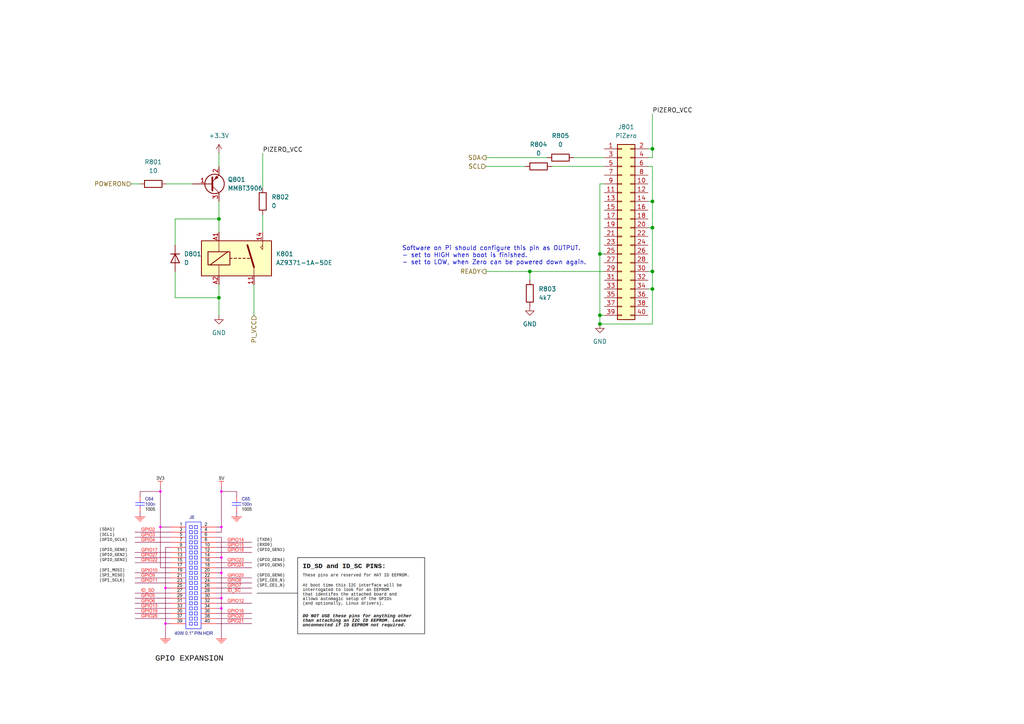
<source format=kicad_sch>
(kicad_sch (version 20231120) (generator "eeschema") (generator_version "8.0")
  (paper "A4")
  (title_block (title "Pouch 2") (date "2024-08-30") (company "Frankfurt University") (comment 2 "Author: Leon Schnieber"))
  (lib_symbols
    (symbol "Device:D" (pin_numbers hide) (pin_names (offset 1.016) hide)
      (property "Reference" "D" (at 0 2.54 0))
      (property "Value" "D" (at 0 -2.54 0))
      (symbol "D_0_1"
        (polyline (pts (xy -1.27 1.27) (xy -1.27 -1.27)) (stroke (width 0.254)))
        (polyline (pts (xy 1.27 0) (xy -1.27 0)))
        (polyline (pts (xy 1.27 1.27) (xy 1.27 -1.27) (xy -1.27 0) (xy 1.27 1.27)) (stroke (width 0.254)))
      )
      (symbol "D_1_1"
        (pin passive line (at -3.81 0 0) (length 2.54) (name "K") (number "1"))
        (pin passive line (at 3.81 0 180) (length 2.54) (name "A") (number "2"))
      )
    )
    (symbol "Device:R" (pin_numbers hide) (pin_names (offset 0))
      (property "Reference" "R" (at 2.032 0 90))
      (property "Value" "R" (at 0 0 90))
      (symbol "R_0_1"
        (rectangle (start -1.016 -2.54) (end 1.016 2.54) (stroke (width 0.254)))
      )
      (symbol "R_1_1"
        (pin passive line (at 0 3.81 270) (length 1.27) (name "~") (number "1"))
        (pin passive line (at 0 -3.81 90) (length 1.27) (name "~") (number "2"))
      )
    )
    (symbol "Relay:RM50-xx21"
      (property "Reference" "K" (at 11.43 3.81 0))
      (property "Value" "RM50-xx21" (at 11.43 1.27 0))
      (symbol "RM50-xx21_0_1"
        (rectangle (start -10.16 5.08) (end 10.16 -5.08) (stroke (width 0.254)) (fill (type background)))
        (rectangle (start -8.255 1.905) (end -1.905 -1.905) (stroke (width 0.254)))
        (polyline (pts (xy -7.62 -1.905) (xy -2.54 1.905)) (stroke (width 0.254)))
        (polyline (pts (xy -5.08 -5.08) (xy -5.08 -1.905)))
        (polyline (pts (xy -5.08 5.08) (xy -5.08 1.905)))
        (polyline (pts (xy -1.905 0) (xy -1.27 0)) (stroke (width 0.254)))
        (polyline (pts (xy -0.635 0) (xy 0 0)) (stroke (width 0.254)))
        (polyline (pts (xy 0.635 0) (xy 1.27 0)) (stroke (width 0.254)))
        (polyline (pts (xy 1.905 0) (xy 2.54 0)) (stroke (width 0.254)))
        (polyline (pts (xy 3.175 0) (xy 3.81 0)) (stroke (width 0.254)))
        (polyline (pts (xy 5.08 -2.54) (xy 3.175 3.81)) (stroke (width 0.508)))
        (polyline (pts (xy 5.08 -2.54) (xy 5.08 -5.08)))
        (polyline (pts (xy 7.62 5.08) (xy 7.62 2.54) (xy 6.985 3.175) (xy 7.62 3.81)))
      )
      (symbol "RM50-xx21_1_1"
        (pin passive line (at 5.08 -7.62 90) (length 2.54) (name "~") (number "11"))
        (pin passive line (at 7.62 7.62 270) (length 2.54) (name "~") (number "14"))
        (pin passive line (at -5.08 7.62 270) (length 2.54) (name "~") (number "A1"))
        (pin passive line (at -5.08 -7.62 90) (length 2.54) (name "~") (number "A2"))
      )
    )
    (symbol "SensorBoards:PiZero" (pin_names (offset 1.016) hide)
      (property "Reference" "J801" (at 1.27 29.21 0))
      (property "Value" "PiZero" (at 1.27 26.67 0))
      (symbol "PiZero_1_1"
        (rectangle (start -1.27 -25.273) (end 0 -25.527) (stroke (width 0.1524)))
        (rectangle (start -1.27 -22.733) (end 0 -22.987) (stroke (width 0.1524)))
        (rectangle (start -1.27 -20.193) (end 0 -20.447) (stroke (width 0.1524)))
        (rectangle (start -1.27 -17.653) (end 0 -17.907) (stroke (width 0.1524)))
        (rectangle (start -1.27 -15.113) (end 0 -15.367) (stroke (width 0.1524)))
        (rectangle (start -1.27 -12.573) (end 0 -12.827) (stroke (width 0.1524)))
        (rectangle (start -1.27 -10.033) (end 0 -10.287) (stroke (width 0.1524)))
        (rectangle (start -1.27 -7.493) (end 0 -7.747) (stroke (width 0.1524)))
        (rectangle (start -1.27 -4.953) (end 0 -5.207) (stroke (width 0.1524)))
        (rectangle (start -1.27 -2.413) (end 0 -2.667) (stroke (width 0.1524)))
        (rectangle (start -1.27 0.127) (end 0 -0.127) (stroke (width 0.1524)))
        (rectangle (start -1.27 2.667) (end 0 2.413) (stroke (width 0.1524)))
        (rectangle (start -1.27 5.207) (end 0 4.953) (stroke (width 0.1524)))
        (rectangle (start -1.27 7.747) (end 0 7.493) (stroke (width 0.1524)))
        (rectangle (start -1.27 10.287) (end 0 10.033) (stroke (width 0.1524)))
        (rectangle (start -1.27 12.827) (end 0 12.573) (stroke (width 0.1524)))
        (rectangle (start -1.27 15.367) (end 0 15.113) (stroke (width 0.1524)))
        (rectangle (start -1.27 17.907) (end 0 17.653) (stroke (width 0.1524)))
        (rectangle (start -1.27 20.447) (end 0 20.193) (stroke (width 0.1524)))
        (rectangle (start -1.27 22.987) (end 0 22.733) (stroke (width 0.1524)))
        (rectangle (start -1.27 24.13) (end 3.81 -26.67) (stroke (width 0.254)) (fill (type background)))
        (rectangle (start 3.81 -25.273) (end 2.54 -25.527) (stroke (width 0.1524)))
        (rectangle (start 3.81 -22.733) (end 2.54 -22.987) (stroke (width 0.1524)))
        (rectangle (start 3.81 -20.193) (end 2.54 -20.447) (stroke (width 0.1524)))
        (rectangle (start 3.81 -17.653) (end 2.54 -17.907) (stroke (width 0.1524)))
        (rectangle (start 3.81 -15.113) (end 2.54 -15.367) (stroke (width 0.1524)))
        (rectangle (start 3.81 -12.573) (end 2.54 -12.827) (stroke (width 0.1524)))
        (rectangle (start 3.81 -10.033) (end 2.54 -10.287) (stroke (width 0.1524)))
        (rectangle (start 3.81 -7.493) (end 2.54 -7.747) (stroke (width 0.1524)))
        (rectangle (start 3.81 -4.953) (end 2.54 -5.207) (stroke (width 0.1524)))
        (rectangle (start 3.81 -2.413) (end 2.54 -2.667) (stroke (width 0.1524)))
        (rectangle (start 3.81 0.127) (end 2.54 -0.127) (stroke (width 0.1524)))
        (rectangle (start 3.81 2.667) (end 2.54 2.413) (stroke (width 0.1524)))
        (rectangle (start 3.81 5.207) (end 2.54 4.953) (stroke (width 0.1524)))
        (rectangle (start 3.81 7.747) (end 2.54 7.493) (stroke (width 0.1524)))
        (rectangle (start 3.81 10.287) (end 2.54 10.033) (stroke (width 0.1524)))
        (rectangle (start 3.81 12.827) (end 2.54 12.573) (stroke (width 0.1524)))
        (rectangle (start 3.81 15.367) (end 2.54 15.113) (stroke (width 0.1524)))
        (rectangle (start 3.81 17.907) (end 2.54 17.653) (stroke (width 0.1524)))
        (rectangle (start 3.81 20.447) (end 2.54 20.193) (stroke (width 0.1524)))
        (rectangle (start 3.81 22.987) (end 2.54 22.733) (stroke (width 0.1524)))
        (pin passive line (at -5.08 22.86 0) (length 3.81) (name "Pin_1") (number "1"))
        (pin passive line (at 7.62 12.7 180) (length 3.81) (name "Pin_10") (number "10"))
        (pin passive line (at -5.08 10.16 0) (length 3.81) (name "Pin_11") (number "11"))
        (pin passive line (at 7.62 10.16 180) (length 3.81) (name "Pin_12") (number "12"))
        (pin passive line (at -5.08 7.62 0) (length 3.81) (name "Pin_13") (number "13"))
        (pin passive line (at 7.62 7.62 180) (length 3.81) (name "Pin_14") (number "14"))
        (pin passive line (at -5.08 5.08 0) (length 3.81) (name "Pin_15") (number "15"))
        (pin passive line (at 7.62 5.08 180) (length 3.81) (name "Pin_16") (number "16"))
        (pin passive line (at -5.08 2.54 0) (length 3.81) (name "Pin_17") (number "17"))
        (pin passive line (at 7.62 2.54 180) (length 3.81) (name "Pin_18") (number "18"))
        (pin passive line (at -5.08 0 0) (length 3.81) (name "Pin_19") (number "19"))
        (pin passive line (at 7.62 22.86 180) (length 3.81) (name "Pin_2") (number "2"))
        (pin passive line (at 7.62 0 180) (length 3.81) (name "Pin_20") (number "20"))
        (pin passive line (at -5.08 -2.54 0) (length 3.81) (name "Pin_21") (number "21"))
        (pin passive line (at 7.62 -2.54 180) (length 3.81) (name "Pin_22") (number "22"))
        (pin passive line (at -5.08 -5.08 0) (length 3.81) (name "Pin_23") (number "23"))
        (pin passive line (at 7.62 -5.08 180) (length 3.81) (name "Pin_24") (number "24"))
        (pin passive line (at -5.08 -7.62 0) (length 3.81) (name "Pin_25") (number "25"))
        (pin passive line (at 7.62 -7.62 180) (length 3.81) (name "Pin_26") (number "26"))
        (pin passive line (at -5.08 -10.16 0) (length 3.81) (name "Pin_27") (number "27"))
        (pin passive line (at 7.62 -10.16 180) (length 3.81) (name "Pin_28") (number "28"))
        (pin passive line (at -5.08 -12.7 0) (length 3.81) (name "Pin_29") (number "29"))
        (pin passive line (at -5.08 20.32 0) (length 3.81) (name "Pin_3") (number "3"))
        (pin passive line (at 7.62 -12.7 180) (length 3.81) (name "Pin_30") (number "30"))
        (pin passive line (at -5.08 -15.24 0) (length 3.81) (name "Pin_31") (number "31"))
        (pin passive line (at 7.62 -15.24 180) (length 3.81) (name "Pin_32") (number "32"))
        (pin passive line (at -5.08 -17.78 0) (length 3.81) (name "Pin_33") (number "33"))
        (pin passive line (at 7.62 -17.78 180) (length 3.81) (name "Pin_34") (number "34"))
        (pin passive line (at -5.08 -20.32 0) (length 3.81) (name "Pin_35") (number "35"))
        (pin passive line (at 7.62 -20.32 180) (length 3.81) (name "Pin_36") (number "36"))
        (pin passive line (at -5.08 -22.86 0) (length 3.81) (name "Pin_37") (number "37"))
        (pin passive line (at 7.62 -22.86 180) (length 3.81) (name "Pin_38") (number "38"))
        (pin passive line (at -5.08 -25.4 0) (length 3.81) (name "Pin_39") (number "39"))
        (pin passive line (at 7.62 20.32 180) (length 3.81) (name "Pin_4") (number "4"))
        (pin passive line (at 7.62 -25.4 180) (length 3.81) (name "Pin_40") (number "40"))
        (pin passive line (at -5.08 17.78 0) (length 3.81) (name "Pin_5") (number "5"))
        (pin passive line (at 7.62 17.78 180) (length 3.81) (name "Pin_6") (number "6"))
        (pin passive line (at -5.08 15.24 0) (length 3.81) (name "Pin_7") (number "7"))
        (pin passive line (at 7.62 15.24 180) (length 3.81) (name "Pin_8") (number "8"))
        (pin passive line (at -5.08 12.7 0) (length 3.81) (name "Pin_9") (number "9"))
      )
    )
    (symbol "Transistor_BJT:MMBT3906" (pin_names (offset 0) hide)
      (property "Reference" "Q" (at 5.08 1.905 0))
      (property "Value" "MMBT3906" (at 5.08 0 0))
      (symbol "MMBT3906_0_1"
        (polyline (pts (xy 0.635 0.635) (xy 2.54 2.54)))
        (polyline (pts (xy 0.635 -0.635) (xy 2.54 -2.54) (xy 2.54 -2.54)))
        (polyline (pts (xy 0.635 1.905) (xy 0.635 -1.905) (xy 0.635 -1.905)) (stroke (width 0.508)))
        (polyline (pts (xy 2.286 -1.778) (xy 1.778 -2.286) (xy 1.27 -1.27) (xy 2.286 -1.778) (xy 2.286 -1.778)) (fill (type outline)))
        (circle (center 1.27 0) (radius 2.8194) (stroke (width 0.254)))
      )
      (symbol "MMBT3906_1_1"
        (pin input line (at -5.08 0 0) (length 5.715) (name "B") (number "1"))
        (pin passive line (at 2.54 -5.08 90) (length 2.54) (name "E") (number "2"))
        (pin passive line (at 2.54 5.08 270) (length 2.54) (name "C") (number "3"))
      )
    )
    (symbol "power:+3.3V" (power) (pin_names (offset 0))
      (property "Value" "+3.3V" (at 0 3.556 0))
      (symbol "+3.3V_0_1"
        (polyline (pts (xy -0.762 1.27) (xy 0 2.54)))
        (polyline (pts (xy 0 0) (xy 0 2.54)))
        (polyline (pts (xy 0 2.54) (xy 0.762 1.27)))
      )
      (symbol "+3.3V_1_1"
        (pin power_in line (at 0 0 90) (length 0) hide (name "+3V3") (number "1"))
      )
    )
    (symbol "power:GND" (power) (pin_names (offset 0))
      (property "Value" "GND" (at 0 -3.81 0))
      (symbol "GND_0_1"
        (polyline (pts (xy 0 0) (xy 0 -1.27) (xy 1.27 -1.27) (xy 0 -2.54) (xy -1.27 -1.27) (xy 0 -1.27)))
      )
      (symbol "GND_1_1"
        (pin power_in line (at 0 0 270) (length 0) hide (name "GND") (number "1"))
      )
    )
  )
  (junction (at 153.67 78.74))
  (junction (at 63.5 63.5))
  (junction (at 173.99 91.44))
  (junction (at 173.99 73.66))
  (junction (at 189.23 66.04))
  (junction (at 189.23 78.74))
  (junction (at 173.99 93.98))
  (junction (at 189.23 58.42))
  (junction (at 189.23 83.82))
  (junction (at 189.23 43.18))
  (junction (at 63.5 86.36))
  (wire (pts (xy 187.96 66.04) (xy 189.23 66.04)))
  (wire (pts (xy 173.99 53.34) (xy 173.99 73.66)))
  (wire (pts (xy 187.96 45.72) (xy 189.23 45.72)))
  (wire (pts (xy 76.2 67.31) (xy 76.2 62.23)))
  (wire (pts (xy 189.23 66.04) (xy 189.23 78.74)))
  (wire (pts (xy 187.96 78.74) (xy 189.23 78.74)))
  (wire (pts (xy 63.5 63.5) (xy 63.5 67.31)))
  (wire (pts (xy 189.23 48.26) (xy 189.23 58.42)))
  (wire (pts (xy 50.8 78.74) (xy 50.8 86.36)))
  (wire (pts (xy 63.5 82.55) (xy 63.5 86.36)))
  (wire (pts (xy 153.67 78.74) (xy 175.26 78.74)))
  (wire (pts (xy 63.5 86.36) (xy 63.5 91.44)))
  (wire (pts (xy 140.97 45.72) (xy 158.75 45.72)))
  (wire (pts (xy 63.5 44.45) (xy 63.5 48.26)))
  (wire (pts (xy 173.99 73.66) (xy 173.99 91.44)))
  (wire (pts (xy 187.96 48.26) (xy 189.23 48.26)))
  (wire (pts (xy 140.97 78.74) (xy 153.67 78.74)))
  (wire (pts (xy 160.02 48.26) (xy 175.26 48.26)))
  (wire (pts (xy 73.66 82.55) (xy 73.66 91.44)))
  (wire (pts (xy 173.99 93.98) (xy 173.99 91.44)))
  (wire (pts (xy 48.26 53.34) (xy 55.88 53.34)))
  (wire (pts (xy 50.8 63.5) (xy 63.5 63.5)))
  (wire (pts (xy 50.8 71.12) (xy 50.8 63.5)))
  (wire (pts (xy 189.23 93.98) (xy 173.99 93.98)))
  (wire (pts (xy 50.8 86.36) (xy 63.5 86.36)))
  (wire (pts (xy 63.5 58.42) (xy 63.5 63.5)))
  (wire (pts (xy 173.99 91.44) (xy 175.26 91.44)))
  (wire (pts (xy 189.23 45.72) (xy 189.23 43.18)))
  (wire (pts (xy 76.2 54.61) (xy 76.2 44.45)))
  (wire (pts (xy 175.26 73.66) (xy 173.99 73.66)))
  (wire (pts (xy 189.23 33.02) (xy 189.23 43.18)))
  (wire (pts (xy 153.67 78.74) (xy 153.67 81.28)))
  (wire (pts (xy 189.23 83.82) (xy 189.23 93.98)))
  (wire (pts (xy 166.37 45.72) (xy 175.26 45.72)))
  (wire (pts (xy 175.26 53.34) (xy 173.99 53.34)))
  (wire (pts (xy 187.96 83.82) (xy 189.23 83.82)))
  (wire (pts (xy 189.23 78.74) (xy 189.23 83.82)))
  (wire (pts (xy 140.97 48.26) (xy 152.4 48.26)))
  (wire (pts (xy 189.23 58.42) (xy 189.23 66.04)))
  (wire (pts (xy 187.96 43.18) (xy 189.23 43.18)))
  (wire (pts (xy 38.1 53.34) (xy 40.64 53.34)))
  (wire (pts (xy 187.96 58.42) (xy 189.23 58.42)))
  (image (at 74.93 165.1) (scale 0.270576))
  (text "Software on Pi should configure this pin as OUTPUT.\n- set to HIGH when boot is finished.\n- set to LOW, when Zero can be powered down again." (at 116.586 74.168 0) (effects (font (size 1.27 1.27)) (justify left)))
  (label "PIZERO_VCC" (at 76.2 44.45 0))
  (label "PIZERO_VCC" (at 189.23 33.02 0))
  (hierarchical_label "SDA" (shape output) (at 140.97 45.72 180))
  (hierarchical_label "READY" (shape output) (at 140.97 78.74 180))
  (hierarchical_label "SCL" (shape input) (at 140.97 48.26 180))
  (hierarchical_label "PI_VCC" (shape input) (at 73.66 91.44 270))
  (hierarchical_label "POWERON" (shape input) (at 38.1 53.34 180))
  (symbol (lib_id "Device:R") (at 76.2 58.42 180) (unit 1)
    (property "Reference" "R802" (at 78.74 57.1499 0) (effects (justify right)))
    (property "Value" "0" (at 78.74 59.6899 0) (effects (justify right)))
    (property "Footprint" "Resistor_SMD:R_0805_2012Metric" (effects (hide yes)))
    (property "Description" "Resistor" (effects (hide yes)))
  )
  (symbol (lib_id "Device:R") (at 153.67 85.09 0) (unit 1)
    (property "Reference" "R803" (at 156.21 83.8199 0) (effects (justify left)))
    (property "Value" "4k7" (at 156.21 86.3599 0) (effects (justify left)))
    (property "Footprint" "Resistor_SMD:R_0805_2012Metric" (effects (hide yes)))
    (property "Description" "Resistor" (effects (hide yes)))
  )
  (symbol (lib_id "SensorBoards:PiZero") (at 180.34 66.04 0) (unit 1)
    (property "Reference" "J801" (at 181.61 36.83 0))
    (property "Value" "PiZero" (at 181.61 39.37 0))
    (property "Footprint" "SensorBoards:Raspberry_Pi_Zero_Socket_wo_drills" (effects (hide yes)))
    (property "Description" "Generic connector, double row, 02x20, odd/even pin numbering scheme (row 1 odd numbers, row 2 even numbers), script generated (kicad-library-utils/schlib/autogen/connector/)" (effects (hide yes)))
  )
  (symbol (lib_id "power:+3.3V") (at 63.5 44.45 0) (unit 1)
    (property "Reference" "#PWR0801" (effects (hide yes)))
    (property "Value" "+3.3V" (at 63.5 39.37 0))
    (property "Description" "Power symbol creates a global label with name \"+3.3V\"" (effects (hide yes)))
  )
  (symbol (lib_id "Device:R") (at 44.45 53.34 90) (unit 1)
    (property "Reference" "R801" (at 44.45 46.99 90))
    (property "Value" "10" (at 44.45 49.53 90))
    (property "Footprint" "Resistor_SMD:R_0805_2012Metric" (effects (hide yes)))
    (property "Description" "Resistor" (effects (hide yes)))
  )
  (symbol (lib_id "Relay:RM50-xx21") (at 68.58 74.93 0) (unit 1)
    (property "Reference" "K801" (at 80.01 73.6599 0) (effects (justify left)))
    (property "Value" "AZ9371-1A-5DE" (at 80.01 76.1999 0) (effects (justify left)))
    (property "Footprint" "Relay_THT:Relay_1-Form-A_Schrack-RYII_RM5mm" (effects (hide yes)))
    (property "Datasheet" "https://cdn-reichelt.de/documents/datenblatt/C300/AZ9371.pdf" (effects (hide yes)))
    (property "Description" "Relay 5V Reichelt" (effects (hide yes)))
  )
  (symbol (lib_id "Device:R") (at 162.56 45.72 270) (unit 1)
    (property "Reference" "R805" (at 162.56 39.37 90))
    (property "Value" "0" (at 162.56 41.91 90))
    (property "Footprint" "Resistor_SMD:R_0805_2012Metric" (effects (hide yes)))
    (property "Description" "Resistor" (effects (hide yes)))
  )
  (symbol (lib_id "power:GND") (at 173.99 93.98 0) (unit 1)
    (property "Reference" "#PWR0804" (effects (hide yes)))
    (property "Value" "GND" (at 173.99 99.06 0))
    (property "Description" "Power symbol creates a global label with name \"GND\" , ground" (effects (hide yes)))
  )
  (symbol (lib_id "power:GND") (at 63.5 91.44 0) (unit 1)
    (property "Reference" "#PWR0802" (effects (hide yes)))
    (property "Value" "GND" (at 63.5 96.52 0))
    (property "Description" "Power symbol creates a global label with name \"GND\" , ground" (effects (hide yes)))
  )
  (symbol (lib_id "Transistor_BJT:MMBT3906") (at 60.96 53.34 0) (mirror x) (unit 1)
    (property "Reference" "Q801" (at 66.04 52.0699 0) (effects (justify left)))
    (property "Value" "MMBT3906" (at 66.04 54.6099 0) (effects (justify left)))
    (property "Footprint" "Package_TO_SOT_SMD:SOT-23" (effects (hide yes)))
    (property "Datasheet" "https://www.onsemi.com/pub/Collateral/2N3906-D.PDF" (effects (hide yes)))
    (property "Description" "-0.2A Ic, -40V Vce, Small Signal PNP Transistor, SOT-23" (effects (hide yes)))
  )
  (symbol (lib_id "Device:D") (at 50.8 74.93 270) (unit 1)
    (property "Reference" "D801" (at 53.34 73.6599 90) (effects (justify left)))
    (property "Value" "D" (at 53.34 76.1999 90) (effects (justify left)))
    (property "Footprint" "Diode_SMD:D_0805_2012Metric" (effects (hide yes)))
    (property "Description" "Diode" (effects (hide yes)))
  )
  (symbol (lib_id "power:GND") (at 153.67 88.9 0) (unit 1)
    (property "Reference" "#PWR0803" (effects (hide yes)))
    (property "Value" "GND" (at 153.67 93.98 0))
    (property "Description" "Power symbol creates a global label with name \"GND\" , ground" (effects (hide yes)))
  )
  (symbol (lib_id "Device:R") (at 156.21 48.26 90) (unit 1)
    (property "Reference" "R804" (at 156.21 41.91 90))
    (property "Value" "0" (at 156.21 44.45 90))
    (property "Footprint" "Resistor_SMD:R_0805_2012Metric" (effects (hide yes)))
    (property "Description" "Resistor" (effects (hide yes)))
  )
)
</source>
